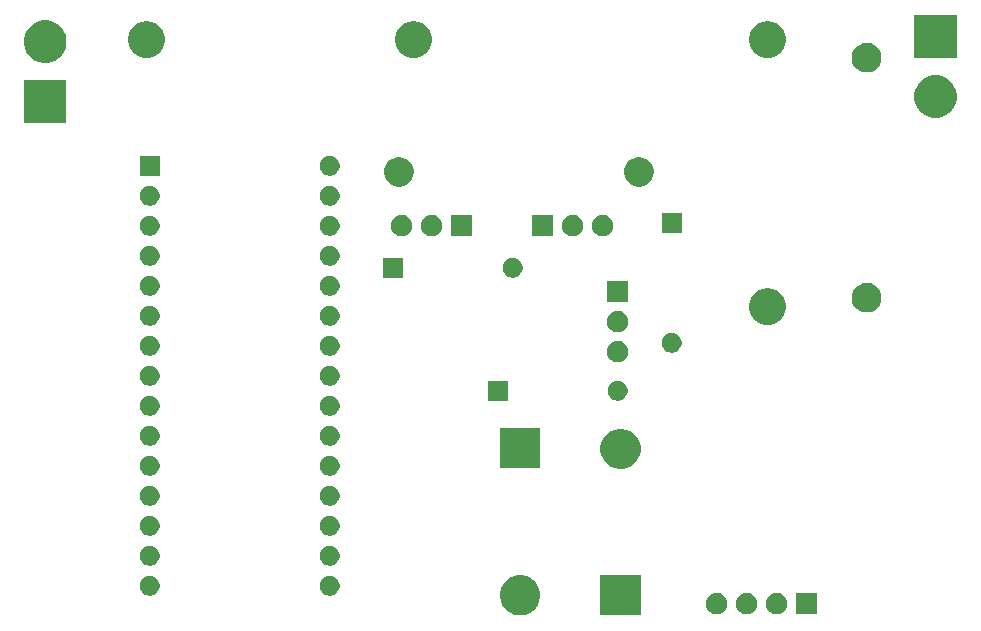
<source format=gbr>
G04 #@! TF.GenerationSoftware,KiCad,Pcbnew,(5.1.5)-3*
G04 #@! TF.CreationDate,2020-06-01T21:11:24-07:00*
G04 #@! TF.ProjectId,MTTP Charge Controller,4d545450-2043-4686-9172-676520436f6e,rev?*
G04 #@! TF.SameCoordinates,Original*
G04 #@! TF.FileFunction,Soldermask,Bot*
G04 #@! TF.FilePolarity,Negative*
%FSLAX46Y46*%
G04 Gerber Fmt 4.6, Leading zero omitted, Abs format (unit mm)*
G04 Created by KiCad (PCBNEW (5.1.5)-3) date 2020-06-01 21:11:24*
%MOMM*%
%LPD*%
G04 APERTURE LIST*
%ADD10C,0.100000*%
G04 APERTURE END LIST*
D10*
G36*
X94358162Y-102558368D02*
G01*
X94667724Y-102686593D01*
X94667725Y-102686594D01*
X94946324Y-102872747D01*
X95183253Y-103109676D01*
X95306537Y-103294184D01*
X95369407Y-103388276D01*
X95497632Y-103697838D01*
X95563000Y-104026465D01*
X95563000Y-104361535D01*
X95497632Y-104690162D01*
X95369407Y-104999724D01*
X95369406Y-104999725D01*
X95183253Y-105278324D01*
X94946324Y-105515253D01*
X94816719Y-105601852D01*
X94667724Y-105701407D01*
X94358162Y-105829632D01*
X94029535Y-105895000D01*
X93694465Y-105895000D01*
X93365838Y-105829632D01*
X93056276Y-105701407D01*
X92907281Y-105601852D01*
X92777676Y-105515253D01*
X92540747Y-105278324D01*
X92354594Y-104999725D01*
X92354593Y-104999724D01*
X92226368Y-104690162D01*
X92161000Y-104361535D01*
X92161000Y-104026465D01*
X92226368Y-103697838D01*
X92354593Y-103388276D01*
X92417463Y-103294184D01*
X92540747Y-103109676D01*
X92777676Y-102872747D01*
X93056275Y-102686594D01*
X93056276Y-102686593D01*
X93365838Y-102558368D01*
X93694465Y-102493000D01*
X94029535Y-102493000D01*
X94358162Y-102558368D01*
G37*
G36*
X104063000Y-105895000D02*
G01*
X100661000Y-105895000D01*
X100661000Y-102493000D01*
X104063000Y-102493000D01*
X104063000Y-105895000D01*
G37*
G36*
X119011000Y-105803000D02*
G01*
X117209000Y-105803000D01*
X117209000Y-104001000D01*
X119011000Y-104001000D01*
X119011000Y-105803000D01*
G37*
G36*
X115683512Y-104005927D02*
G01*
X115832812Y-104035624D01*
X115996784Y-104103544D01*
X116144354Y-104202147D01*
X116269853Y-104327646D01*
X116368456Y-104475216D01*
X116436376Y-104639188D01*
X116471000Y-104813259D01*
X116471000Y-104990741D01*
X116436376Y-105164812D01*
X116368456Y-105328784D01*
X116269853Y-105476354D01*
X116144354Y-105601853D01*
X115996784Y-105700456D01*
X115832812Y-105768376D01*
X115683512Y-105798073D01*
X115658742Y-105803000D01*
X115481258Y-105803000D01*
X115456488Y-105798073D01*
X115307188Y-105768376D01*
X115143216Y-105700456D01*
X114995646Y-105601853D01*
X114870147Y-105476354D01*
X114771544Y-105328784D01*
X114703624Y-105164812D01*
X114669000Y-104990741D01*
X114669000Y-104813259D01*
X114703624Y-104639188D01*
X114771544Y-104475216D01*
X114870147Y-104327646D01*
X114995646Y-104202147D01*
X115143216Y-104103544D01*
X115307188Y-104035624D01*
X115456488Y-104005927D01*
X115481258Y-104001000D01*
X115658742Y-104001000D01*
X115683512Y-104005927D01*
G37*
G36*
X110603512Y-104005927D02*
G01*
X110752812Y-104035624D01*
X110916784Y-104103544D01*
X111064354Y-104202147D01*
X111189853Y-104327646D01*
X111288456Y-104475216D01*
X111356376Y-104639188D01*
X111391000Y-104813259D01*
X111391000Y-104990741D01*
X111356376Y-105164812D01*
X111288456Y-105328784D01*
X111189853Y-105476354D01*
X111064354Y-105601853D01*
X110916784Y-105700456D01*
X110752812Y-105768376D01*
X110603512Y-105798073D01*
X110578742Y-105803000D01*
X110401258Y-105803000D01*
X110376488Y-105798073D01*
X110227188Y-105768376D01*
X110063216Y-105700456D01*
X109915646Y-105601853D01*
X109790147Y-105476354D01*
X109691544Y-105328784D01*
X109623624Y-105164812D01*
X109589000Y-104990741D01*
X109589000Y-104813259D01*
X109623624Y-104639188D01*
X109691544Y-104475216D01*
X109790147Y-104327646D01*
X109915646Y-104202147D01*
X110063216Y-104103544D01*
X110227188Y-104035624D01*
X110376488Y-104005927D01*
X110401258Y-104001000D01*
X110578742Y-104001000D01*
X110603512Y-104005927D01*
G37*
G36*
X113143512Y-104005927D02*
G01*
X113292812Y-104035624D01*
X113456784Y-104103544D01*
X113604354Y-104202147D01*
X113729853Y-104327646D01*
X113828456Y-104475216D01*
X113896376Y-104639188D01*
X113931000Y-104813259D01*
X113931000Y-104990741D01*
X113896376Y-105164812D01*
X113828456Y-105328784D01*
X113729853Y-105476354D01*
X113604354Y-105601853D01*
X113456784Y-105700456D01*
X113292812Y-105768376D01*
X113143512Y-105798073D01*
X113118742Y-105803000D01*
X112941258Y-105803000D01*
X112916488Y-105798073D01*
X112767188Y-105768376D01*
X112603216Y-105700456D01*
X112455646Y-105601853D01*
X112330147Y-105476354D01*
X112231544Y-105328784D01*
X112163624Y-105164812D01*
X112129000Y-104990741D01*
X112129000Y-104813259D01*
X112163624Y-104639188D01*
X112231544Y-104475216D01*
X112330147Y-104327646D01*
X112455646Y-104202147D01*
X112603216Y-104103544D01*
X112767188Y-104035624D01*
X112916488Y-104005927D01*
X112941258Y-104001000D01*
X113118742Y-104001000D01*
X113143512Y-104005927D01*
G37*
G36*
X62732228Y-102559703D02*
G01*
X62887100Y-102623853D01*
X63026481Y-102716985D01*
X63145015Y-102835519D01*
X63238147Y-102974900D01*
X63302297Y-103129772D01*
X63335000Y-103294184D01*
X63335000Y-103461816D01*
X63302297Y-103626228D01*
X63238147Y-103781100D01*
X63145015Y-103920481D01*
X63026481Y-104039015D01*
X62887100Y-104132147D01*
X62732228Y-104196297D01*
X62567816Y-104229000D01*
X62400184Y-104229000D01*
X62235772Y-104196297D01*
X62080900Y-104132147D01*
X61941519Y-104039015D01*
X61822985Y-103920481D01*
X61729853Y-103781100D01*
X61665703Y-103626228D01*
X61633000Y-103461816D01*
X61633000Y-103294184D01*
X61665703Y-103129772D01*
X61729853Y-102974900D01*
X61822985Y-102835519D01*
X61941519Y-102716985D01*
X62080900Y-102623853D01*
X62235772Y-102559703D01*
X62400184Y-102527000D01*
X62567816Y-102527000D01*
X62732228Y-102559703D01*
G37*
G36*
X77972228Y-102559703D02*
G01*
X78127100Y-102623853D01*
X78266481Y-102716985D01*
X78385015Y-102835519D01*
X78478147Y-102974900D01*
X78542297Y-103129772D01*
X78575000Y-103294184D01*
X78575000Y-103461816D01*
X78542297Y-103626228D01*
X78478147Y-103781100D01*
X78385015Y-103920481D01*
X78266481Y-104039015D01*
X78127100Y-104132147D01*
X77972228Y-104196297D01*
X77807816Y-104229000D01*
X77640184Y-104229000D01*
X77475772Y-104196297D01*
X77320900Y-104132147D01*
X77181519Y-104039015D01*
X77062985Y-103920481D01*
X76969853Y-103781100D01*
X76905703Y-103626228D01*
X76873000Y-103461816D01*
X76873000Y-103294184D01*
X76905703Y-103129772D01*
X76969853Y-102974900D01*
X77062985Y-102835519D01*
X77181519Y-102716985D01*
X77320900Y-102623853D01*
X77475772Y-102559703D01*
X77640184Y-102527000D01*
X77807816Y-102527000D01*
X77972228Y-102559703D01*
G37*
G36*
X62732228Y-100019703D02*
G01*
X62887100Y-100083853D01*
X63026481Y-100176985D01*
X63145015Y-100295519D01*
X63238147Y-100434900D01*
X63302297Y-100589772D01*
X63335000Y-100754184D01*
X63335000Y-100921816D01*
X63302297Y-101086228D01*
X63238147Y-101241100D01*
X63145015Y-101380481D01*
X63026481Y-101499015D01*
X62887100Y-101592147D01*
X62732228Y-101656297D01*
X62567816Y-101689000D01*
X62400184Y-101689000D01*
X62235772Y-101656297D01*
X62080900Y-101592147D01*
X61941519Y-101499015D01*
X61822985Y-101380481D01*
X61729853Y-101241100D01*
X61665703Y-101086228D01*
X61633000Y-100921816D01*
X61633000Y-100754184D01*
X61665703Y-100589772D01*
X61729853Y-100434900D01*
X61822985Y-100295519D01*
X61941519Y-100176985D01*
X62080900Y-100083853D01*
X62235772Y-100019703D01*
X62400184Y-99987000D01*
X62567816Y-99987000D01*
X62732228Y-100019703D01*
G37*
G36*
X77972228Y-100019703D02*
G01*
X78127100Y-100083853D01*
X78266481Y-100176985D01*
X78385015Y-100295519D01*
X78478147Y-100434900D01*
X78542297Y-100589772D01*
X78575000Y-100754184D01*
X78575000Y-100921816D01*
X78542297Y-101086228D01*
X78478147Y-101241100D01*
X78385015Y-101380481D01*
X78266481Y-101499015D01*
X78127100Y-101592147D01*
X77972228Y-101656297D01*
X77807816Y-101689000D01*
X77640184Y-101689000D01*
X77475772Y-101656297D01*
X77320900Y-101592147D01*
X77181519Y-101499015D01*
X77062985Y-101380481D01*
X76969853Y-101241100D01*
X76905703Y-101086228D01*
X76873000Y-100921816D01*
X76873000Y-100754184D01*
X76905703Y-100589772D01*
X76969853Y-100434900D01*
X77062985Y-100295519D01*
X77181519Y-100176985D01*
X77320900Y-100083853D01*
X77475772Y-100019703D01*
X77640184Y-99987000D01*
X77807816Y-99987000D01*
X77972228Y-100019703D01*
G37*
G36*
X62732228Y-97479703D02*
G01*
X62887100Y-97543853D01*
X63026481Y-97636985D01*
X63145015Y-97755519D01*
X63238147Y-97894900D01*
X63302297Y-98049772D01*
X63335000Y-98214184D01*
X63335000Y-98381816D01*
X63302297Y-98546228D01*
X63238147Y-98701100D01*
X63145015Y-98840481D01*
X63026481Y-98959015D01*
X62887100Y-99052147D01*
X62732228Y-99116297D01*
X62567816Y-99149000D01*
X62400184Y-99149000D01*
X62235772Y-99116297D01*
X62080900Y-99052147D01*
X61941519Y-98959015D01*
X61822985Y-98840481D01*
X61729853Y-98701100D01*
X61665703Y-98546228D01*
X61633000Y-98381816D01*
X61633000Y-98214184D01*
X61665703Y-98049772D01*
X61729853Y-97894900D01*
X61822985Y-97755519D01*
X61941519Y-97636985D01*
X62080900Y-97543853D01*
X62235772Y-97479703D01*
X62400184Y-97447000D01*
X62567816Y-97447000D01*
X62732228Y-97479703D01*
G37*
G36*
X77972228Y-97479703D02*
G01*
X78127100Y-97543853D01*
X78266481Y-97636985D01*
X78385015Y-97755519D01*
X78478147Y-97894900D01*
X78542297Y-98049772D01*
X78575000Y-98214184D01*
X78575000Y-98381816D01*
X78542297Y-98546228D01*
X78478147Y-98701100D01*
X78385015Y-98840481D01*
X78266481Y-98959015D01*
X78127100Y-99052147D01*
X77972228Y-99116297D01*
X77807816Y-99149000D01*
X77640184Y-99149000D01*
X77475772Y-99116297D01*
X77320900Y-99052147D01*
X77181519Y-98959015D01*
X77062985Y-98840481D01*
X76969853Y-98701100D01*
X76905703Y-98546228D01*
X76873000Y-98381816D01*
X76873000Y-98214184D01*
X76905703Y-98049772D01*
X76969853Y-97894900D01*
X77062985Y-97755519D01*
X77181519Y-97636985D01*
X77320900Y-97543853D01*
X77475772Y-97479703D01*
X77640184Y-97447000D01*
X77807816Y-97447000D01*
X77972228Y-97479703D01*
G37*
G36*
X77972228Y-94939703D02*
G01*
X78127100Y-95003853D01*
X78266481Y-95096985D01*
X78385015Y-95215519D01*
X78478147Y-95354900D01*
X78542297Y-95509772D01*
X78575000Y-95674184D01*
X78575000Y-95841816D01*
X78542297Y-96006228D01*
X78478147Y-96161100D01*
X78385015Y-96300481D01*
X78266481Y-96419015D01*
X78127100Y-96512147D01*
X77972228Y-96576297D01*
X77807816Y-96609000D01*
X77640184Y-96609000D01*
X77475772Y-96576297D01*
X77320900Y-96512147D01*
X77181519Y-96419015D01*
X77062985Y-96300481D01*
X76969853Y-96161100D01*
X76905703Y-96006228D01*
X76873000Y-95841816D01*
X76873000Y-95674184D01*
X76905703Y-95509772D01*
X76969853Y-95354900D01*
X77062985Y-95215519D01*
X77181519Y-95096985D01*
X77320900Y-95003853D01*
X77475772Y-94939703D01*
X77640184Y-94907000D01*
X77807816Y-94907000D01*
X77972228Y-94939703D01*
G37*
G36*
X62732228Y-94939703D02*
G01*
X62887100Y-95003853D01*
X63026481Y-95096985D01*
X63145015Y-95215519D01*
X63238147Y-95354900D01*
X63302297Y-95509772D01*
X63335000Y-95674184D01*
X63335000Y-95841816D01*
X63302297Y-96006228D01*
X63238147Y-96161100D01*
X63145015Y-96300481D01*
X63026481Y-96419015D01*
X62887100Y-96512147D01*
X62732228Y-96576297D01*
X62567816Y-96609000D01*
X62400184Y-96609000D01*
X62235772Y-96576297D01*
X62080900Y-96512147D01*
X61941519Y-96419015D01*
X61822985Y-96300481D01*
X61729853Y-96161100D01*
X61665703Y-96006228D01*
X61633000Y-95841816D01*
X61633000Y-95674184D01*
X61665703Y-95509772D01*
X61729853Y-95354900D01*
X61822985Y-95215519D01*
X61941519Y-95096985D01*
X62080900Y-95003853D01*
X62235772Y-94939703D01*
X62400184Y-94907000D01*
X62567816Y-94907000D01*
X62732228Y-94939703D01*
G37*
G36*
X62732228Y-92399703D02*
G01*
X62887100Y-92463853D01*
X63026481Y-92556985D01*
X63145015Y-92675519D01*
X63238147Y-92814900D01*
X63302297Y-92969772D01*
X63335000Y-93134184D01*
X63335000Y-93301816D01*
X63302297Y-93466228D01*
X63238147Y-93621100D01*
X63145015Y-93760481D01*
X63026481Y-93879015D01*
X62887100Y-93972147D01*
X62732228Y-94036297D01*
X62567816Y-94069000D01*
X62400184Y-94069000D01*
X62235772Y-94036297D01*
X62080900Y-93972147D01*
X61941519Y-93879015D01*
X61822985Y-93760481D01*
X61729853Y-93621100D01*
X61665703Y-93466228D01*
X61633000Y-93301816D01*
X61633000Y-93134184D01*
X61665703Y-92969772D01*
X61729853Y-92814900D01*
X61822985Y-92675519D01*
X61941519Y-92556985D01*
X62080900Y-92463853D01*
X62235772Y-92399703D01*
X62400184Y-92367000D01*
X62567816Y-92367000D01*
X62732228Y-92399703D01*
G37*
G36*
X77972228Y-92399703D02*
G01*
X78127100Y-92463853D01*
X78266481Y-92556985D01*
X78385015Y-92675519D01*
X78478147Y-92814900D01*
X78542297Y-92969772D01*
X78575000Y-93134184D01*
X78575000Y-93301816D01*
X78542297Y-93466228D01*
X78478147Y-93621100D01*
X78385015Y-93760481D01*
X78266481Y-93879015D01*
X78127100Y-93972147D01*
X77972228Y-94036297D01*
X77807816Y-94069000D01*
X77640184Y-94069000D01*
X77475772Y-94036297D01*
X77320900Y-93972147D01*
X77181519Y-93879015D01*
X77062985Y-93760481D01*
X76969853Y-93621100D01*
X76905703Y-93466228D01*
X76873000Y-93301816D01*
X76873000Y-93134184D01*
X76905703Y-92969772D01*
X76969853Y-92814900D01*
X77062985Y-92675519D01*
X77181519Y-92556985D01*
X77320900Y-92463853D01*
X77475772Y-92399703D01*
X77640184Y-92367000D01*
X77807816Y-92367000D01*
X77972228Y-92399703D01*
G37*
G36*
X102858162Y-90158368D02*
G01*
X103167724Y-90286593D01*
X103167725Y-90286594D01*
X103446324Y-90472747D01*
X103683253Y-90709676D01*
X103807637Y-90895830D01*
X103869407Y-90988276D01*
X103997632Y-91297838D01*
X104063000Y-91626465D01*
X104063000Y-91961535D01*
X103997632Y-92290162D01*
X103869407Y-92599724D01*
X103869406Y-92599725D01*
X103683253Y-92878324D01*
X103446324Y-93115253D01*
X103260170Y-93239637D01*
X103167724Y-93301407D01*
X102858162Y-93429632D01*
X102529535Y-93495000D01*
X102194465Y-93495000D01*
X101865838Y-93429632D01*
X101556276Y-93301407D01*
X101463830Y-93239637D01*
X101277676Y-93115253D01*
X101040747Y-92878324D01*
X100854594Y-92599725D01*
X100854593Y-92599724D01*
X100726368Y-92290162D01*
X100661000Y-91961535D01*
X100661000Y-91626465D01*
X100726368Y-91297838D01*
X100854593Y-90988276D01*
X100916363Y-90895830D01*
X101040747Y-90709676D01*
X101277676Y-90472747D01*
X101556275Y-90286594D01*
X101556276Y-90286593D01*
X101865838Y-90158368D01*
X102194465Y-90093000D01*
X102529535Y-90093000D01*
X102858162Y-90158368D01*
G37*
G36*
X95563000Y-93395000D02*
G01*
X92161000Y-93395000D01*
X92161000Y-89993000D01*
X95563000Y-89993000D01*
X95563000Y-93395000D01*
G37*
G36*
X77972228Y-89859703D02*
G01*
X78127100Y-89923853D01*
X78266481Y-90016985D01*
X78385015Y-90135519D01*
X78478147Y-90274900D01*
X78542297Y-90429772D01*
X78575000Y-90594184D01*
X78575000Y-90761816D01*
X78542297Y-90926228D01*
X78478147Y-91081100D01*
X78385015Y-91220481D01*
X78266481Y-91339015D01*
X78127100Y-91432147D01*
X77972228Y-91496297D01*
X77807816Y-91529000D01*
X77640184Y-91529000D01*
X77475772Y-91496297D01*
X77320900Y-91432147D01*
X77181519Y-91339015D01*
X77062985Y-91220481D01*
X76969853Y-91081100D01*
X76905703Y-90926228D01*
X76873000Y-90761816D01*
X76873000Y-90594184D01*
X76905703Y-90429772D01*
X76969853Y-90274900D01*
X77062985Y-90135519D01*
X77181519Y-90016985D01*
X77320900Y-89923853D01*
X77475772Y-89859703D01*
X77640184Y-89827000D01*
X77807816Y-89827000D01*
X77972228Y-89859703D01*
G37*
G36*
X62732228Y-89859703D02*
G01*
X62887100Y-89923853D01*
X63026481Y-90016985D01*
X63145015Y-90135519D01*
X63238147Y-90274900D01*
X63302297Y-90429772D01*
X63335000Y-90594184D01*
X63335000Y-90761816D01*
X63302297Y-90926228D01*
X63238147Y-91081100D01*
X63145015Y-91220481D01*
X63026481Y-91339015D01*
X62887100Y-91432147D01*
X62732228Y-91496297D01*
X62567816Y-91529000D01*
X62400184Y-91529000D01*
X62235772Y-91496297D01*
X62080900Y-91432147D01*
X61941519Y-91339015D01*
X61822985Y-91220481D01*
X61729853Y-91081100D01*
X61665703Y-90926228D01*
X61633000Y-90761816D01*
X61633000Y-90594184D01*
X61665703Y-90429772D01*
X61729853Y-90274900D01*
X61822985Y-90135519D01*
X61941519Y-90016985D01*
X62080900Y-89923853D01*
X62235772Y-89859703D01*
X62400184Y-89827000D01*
X62567816Y-89827000D01*
X62732228Y-89859703D01*
G37*
G36*
X62732228Y-87319703D02*
G01*
X62887100Y-87383853D01*
X63026481Y-87476985D01*
X63145015Y-87595519D01*
X63238147Y-87734900D01*
X63302297Y-87889772D01*
X63335000Y-88054184D01*
X63335000Y-88221816D01*
X63302297Y-88386228D01*
X63238147Y-88541100D01*
X63145015Y-88680481D01*
X63026481Y-88799015D01*
X62887100Y-88892147D01*
X62732228Y-88956297D01*
X62567816Y-88989000D01*
X62400184Y-88989000D01*
X62235772Y-88956297D01*
X62080900Y-88892147D01*
X61941519Y-88799015D01*
X61822985Y-88680481D01*
X61729853Y-88541100D01*
X61665703Y-88386228D01*
X61633000Y-88221816D01*
X61633000Y-88054184D01*
X61665703Y-87889772D01*
X61729853Y-87734900D01*
X61822985Y-87595519D01*
X61941519Y-87476985D01*
X62080900Y-87383853D01*
X62235772Y-87319703D01*
X62400184Y-87287000D01*
X62567816Y-87287000D01*
X62732228Y-87319703D01*
G37*
G36*
X77972228Y-87319703D02*
G01*
X78127100Y-87383853D01*
X78266481Y-87476985D01*
X78385015Y-87595519D01*
X78478147Y-87734900D01*
X78542297Y-87889772D01*
X78575000Y-88054184D01*
X78575000Y-88221816D01*
X78542297Y-88386228D01*
X78478147Y-88541100D01*
X78385015Y-88680481D01*
X78266481Y-88799015D01*
X78127100Y-88892147D01*
X77972228Y-88956297D01*
X77807816Y-88989000D01*
X77640184Y-88989000D01*
X77475772Y-88956297D01*
X77320900Y-88892147D01*
X77181519Y-88799015D01*
X77062985Y-88680481D01*
X76969853Y-88541100D01*
X76905703Y-88386228D01*
X76873000Y-88221816D01*
X76873000Y-88054184D01*
X76905703Y-87889772D01*
X76969853Y-87734900D01*
X77062985Y-87595519D01*
X77181519Y-87476985D01*
X77320900Y-87383853D01*
X77475772Y-87319703D01*
X77640184Y-87287000D01*
X77807816Y-87287000D01*
X77972228Y-87319703D01*
G37*
G36*
X102356228Y-86049703D02*
G01*
X102511100Y-86113853D01*
X102650481Y-86206985D01*
X102769015Y-86325519D01*
X102862147Y-86464900D01*
X102926297Y-86619772D01*
X102959000Y-86784184D01*
X102959000Y-86951816D01*
X102926297Y-87116228D01*
X102862147Y-87271100D01*
X102769015Y-87410481D01*
X102650481Y-87529015D01*
X102511100Y-87622147D01*
X102356228Y-87686297D01*
X102191816Y-87719000D01*
X102024184Y-87719000D01*
X101859772Y-87686297D01*
X101704900Y-87622147D01*
X101565519Y-87529015D01*
X101446985Y-87410481D01*
X101353853Y-87271100D01*
X101289703Y-87116228D01*
X101257000Y-86951816D01*
X101257000Y-86784184D01*
X101289703Y-86619772D01*
X101353853Y-86464900D01*
X101446985Y-86325519D01*
X101565519Y-86206985D01*
X101704900Y-86113853D01*
X101859772Y-86049703D01*
X102024184Y-86017000D01*
X102191816Y-86017000D01*
X102356228Y-86049703D01*
G37*
G36*
X92799000Y-87719000D02*
G01*
X91097000Y-87719000D01*
X91097000Y-86017000D01*
X92799000Y-86017000D01*
X92799000Y-87719000D01*
G37*
G36*
X62732228Y-84779703D02*
G01*
X62887100Y-84843853D01*
X63026481Y-84936985D01*
X63145015Y-85055519D01*
X63238147Y-85194900D01*
X63302297Y-85349772D01*
X63335000Y-85514184D01*
X63335000Y-85681816D01*
X63302297Y-85846228D01*
X63238147Y-86001100D01*
X63145015Y-86140481D01*
X63026481Y-86259015D01*
X62887100Y-86352147D01*
X62732228Y-86416297D01*
X62567816Y-86449000D01*
X62400184Y-86449000D01*
X62235772Y-86416297D01*
X62080900Y-86352147D01*
X61941519Y-86259015D01*
X61822985Y-86140481D01*
X61729853Y-86001100D01*
X61665703Y-85846228D01*
X61633000Y-85681816D01*
X61633000Y-85514184D01*
X61665703Y-85349772D01*
X61729853Y-85194900D01*
X61822985Y-85055519D01*
X61941519Y-84936985D01*
X62080900Y-84843853D01*
X62235772Y-84779703D01*
X62400184Y-84747000D01*
X62567816Y-84747000D01*
X62732228Y-84779703D01*
G37*
G36*
X77972228Y-84779703D02*
G01*
X78127100Y-84843853D01*
X78266481Y-84936985D01*
X78385015Y-85055519D01*
X78478147Y-85194900D01*
X78542297Y-85349772D01*
X78575000Y-85514184D01*
X78575000Y-85681816D01*
X78542297Y-85846228D01*
X78478147Y-86001100D01*
X78385015Y-86140481D01*
X78266481Y-86259015D01*
X78127100Y-86352147D01*
X77972228Y-86416297D01*
X77807816Y-86449000D01*
X77640184Y-86449000D01*
X77475772Y-86416297D01*
X77320900Y-86352147D01*
X77181519Y-86259015D01*
X77062985Y-86140481D01*
X76969853Y-86001100D01*
X76905703Y-85846228D01*
X76873000Y-85681816D01*
X76873000Y-85514184D01*
X76905703Y-85349772D01*
X76969853Y-85194900D01*
X77062985Y-85055519D01*
X77181519Y-84936985D01*
X77320900Y-84843853D01*
X77475772Y-84779703D01*
X77640184Y-84747000D01*
X77807816Y-84747000D01*
X77972228Y-84779703D01*
G37*
G36*
X102221512Y-82669927D02*
G01*
X102370812Y-82699624D01*
X102534784Y-82767544D01*
X102682354Y-82866147D01*
X102807853Y-82991646D01*
X102906456Y-83139216D01*
X102974376Y-83303188D01*
X103004073Y-83452488D01*
X103009000Y-83477258D01*
X103009000Y-83654742D01*
X103004073Y-83679512D01*
X102974376Y-83828812D01*
X102906456Y-83992784D01*
X102807853Y-84140354D01*
X102682354Y-84265853D01*
X102534784Y-84364456D01*
X102370812Y-84432376D01*
X102221512Y-84462073D01*
X102196742Y-84467000D01*
X102019258Y-84467000D01*
X101994488Y-84462073D01*
X101845188Y-84432376D01*
X101681216Y-84364456D01*
X101533646Y-84265853D01*
X101408147Y-84140354D01*
X101309544Y-83992784D01*
X101241624Y-83828812D01*
X101211927Y-83679512D01*
X101207000Y-83654742D01*
X101207000Y-83477258D01*
X101211927Y-83452488D01*
X101241624Y-83303188D01*
X101309544Y-83139216D01*
X101408147Y-82991646D01*
X101533646Y-82866147D01*
X101681216Y-82767544D01*
X101845188Y-82699624D01*
X101994488Y-82669927D01*
X102019258Y-82665000D01*
X102196742Y-82665000D01*
X102221512Y-82669927D01*
G37*
G36*
X77972228Y-82239703D02*
G01*
X78127100Y-82303853D01*
X78266481Y-82396985D01*
X78385015Y-82515519D01*
X78478147Y-82654900D01*
X78542297Y-82809772D01*
X78575000Y-82974184D01*
X78575000Y-83141816D01*
X78542297Y-83306228D01*
X78478147Y-83461100D01*
X78385015Y-83600481D01*
X78266481Y-83719015D01*
X78127100Y-83812147D01*
X77972228Y-83876297D01*
X77807816Y-83909000D01*
X77640184Y-83909000D01*
X77475772Y-83876297D01*
X77320900Y-83812147D01*
X77181519Y-83719015D01*
X77062985Y-83600481D01*
X76969853Y-83461100D01*
X76905703Y-83306228D01*
X76873000Y-83141816D01*
X76873000Y-82974184D01*
X76905703Y-82809772D01*
X76969853Y-82654900D01*
X77062985Y-82515519D01*
X77181519Y-82396985D01*
X77320900Y-82303853D01*
X77475772Y-82239703D01*
X77640184Y-82207000D01*
X77807816Y-82207000D01*
X77972228Y-82239703D01*
G37*
G36*
X62732228Y-82239703D02*
G01*
X62887100Y-82303853D01*
X63026481Y-82396985D01*
X63145015Y-82515519D01*
X63238147Y-82654900D01*
X63302297Y-82809772D01*
X63335000Y-82974184D01*
X63335000Y-83141816D01*
X63302297Y-83306228D01*
X63238147Y-83461100D01*
X63145015Y-83600481D01*
X63026481Y-83719015D01*
X62887100Y-83812147D01*
X62732228Y-83876297D01*
X62567816Y-83909000D01*
X62400184Y-83909000D01*
X62235772Y-83876297D01*
X62080900Y-83812147D01*
X61941519Y-83719015D01*
X61822985Y-83600481D01*
X61729853Y-83461100D01*
X61665703Y-83306228D01*
X61633000Y-83141816D01*
X61633000Y-82974184D01*
X61665703Y-82809772D01*
X61729853Y-82654900D01*
X61822985Y-82515519D01*
X61941519Y-82396985D01*
X62080900Y-82303853D01*
X62235772Y-82239703D01*
X62400184Y-82207000D01*
X62567816Y-82207000D01*
X62732228Y-82239703D01*
G37*
G36*
X106928228Y-81985703D02*
G01*
X107083100Y-82049853D01*
X107222481Y-82142985D01*
X107341015Y-82261519D01*
X107434147Y-82400900D01*
X107498297Y-82555772D01*
X107531000Y-82720184D01*
X107531000Y-82887816D01*
X107498297Y-83052228D01*
X107434147Y-83207100D01*
X107341015Y-83346481D01*
X107222481Y-83465015D01*
X107083100Y-83558147D01*
X106928228Y-83622297D01*
X106763816Y-83655000D01*
X106596184Y-83655000D01*
X106431772Y-83622297D01*
X106276900Y-83558147D01*
X106137519Y-83465015D01*
X106018985Y-83346481D01*
X105925853Y-83207100D01*
X105861703Y-83052228D01*
X105829000Y-82887816D01*
X105829000Y-82720184D01*
X105861703Y-82555772D01*
X105925853Y-82400900D01*
X106018985Y-82261519D01*
X106137519Y-82142985D01*
X106276900Y-82049853D01*
X106431772Y-81985703D01*
X106596184Y-81953000D01*
X106763816Y-81953000D01*
X106928228Y-81985703D01*
G37*
G36*
X102221512Y-80129927D02*
G01*
X102370812Y-80159624D01*
X102534784Y-80227544D01*
X102682354Y-80326147D01*
X102807853Y-80451646D01*
X102906456Y-80599216D01*
X102974376Y-80763188D01*
X103009000Y-80937259D01*
X103009000Y-81114741D01*
X102974376Y-81288812D01*
X102906456Y-81452784D01*
X102807853Y-81600354D01*
X102682354Y-81725853D01*
X102534784Y-81824456D01*
X102370812Y-81892376D01*
X102221512Y-81922073D01*
X102196742Y-81927000D01*
X102019258Y-81927000D01*
X101994488Y-81922073D01*
X101845188Y-81892376D01*
X101681216Y-81824456D01*
X101533646Y-81725853D01*
X101408147Y-81600354D01*
X101309544Y-81452784D01*
X101241624Y-81288812D01*
X101207000Y-81114741D01*
X101207000Y-80937259D01*
X101241624Y-80763188D01*
X101309544Y-80599216D01*
X101408147Y-80451646D01*
X101533646Y-80326147D01*
X101681216Y-80227544D01*
X101845188Y-80159624D01*
X101994488Y-80129927D01*
X102019258Y-80125000D01*
X102196742Y-80125000D01*
X102221512Y-80129927D01*
G37*
G36*
X77972228Y-79699703D02*
G01*
X78127100Y-79763853D01*
X78266481Y-79856985D01*
X78385015Y-79975519D01*
X78478147Y-80114900D01*
X78542297Y-80269772D01*
X78575000Y-80434184D01*
X78575000Y-80601816D01*
X78542297Y-80766228D01*
X78478147Y-80921100D01*
X78385015Y-81060481D01*
X78266481Y-81179015D01*
X78127100Y-81272147D01*
X77972228Y-81336297D01*
X77807816Y-81369000D01*
X77640184Y-81369000D01*
X77475772Y-81336297D01*
X77320900Y-81272147D01*
X77181519Y-81179015D01*
X77062985Y-81060481D01*
X76969853Y-80921100D01*
X76905703Y-80766228D01*
X76873000Y-80601816D01*
X76873000Y-80434184D01*
X76905703Y-80269772D01*
X76969853Y-80114900D01*
X77062985Y-79975519D01*
X77181519Y-79856985D01*
X77320900Y-79763853D01*
X77475772Y-79699703D01*
X77640184Y-79667000D01*
X77807816Y-79667000D01*
X77972228Y-79699703D01*
G37*
G36*
X62732228Y-79699703D02*
G01*
X62887100Y-79763853D01*
X63026481Y-79856985D01*
X63145015Y-79975519D01*
X63238147Y-80114900D01*
X63302297Y-80269772D01*
X63335000Y-80434184D01*
X63335000Y-80601816D01*
X63302297Y-80766228D01*
X63238147Y-80921100D01*
X63145015Y-81060481D01*
X63026481Y-81179015D01*
X62887100Y-81272147D01*
X62732228Y-81336297D01*
X62567816Y-81369000D01*
X62400184Y-81369000D01*
X62235772Y-81336297D01*
X62080900Y-81272147D01*
X61941519Y-81179015D01*
X61822985Y-81060481D01*
X61729853Y-80921100D01*
X61665703Y-80766228D01*
X61633000Y-80601816D01*
X61633000Y-80434184D01*
X61665703Y-80269772D01*
X61729853Y-80114900D01*
X61822985Y-79975519D01*
X61941519Y-79856985D01*
X62080900Y-79763853D01*
X62235772Y-79699703D01*
X62400184Y-79667000D01*
X62567816Y-79667000D01*
X62732228Y-79699703D01*
G37*
G36*
X115097645Y-78226228D02*
G01*
X115260410Y-78258604D01*
X115542674Y-78375521D01*
X115796705Y-78545259D01*
X116012741Y-78761295D01*
X116182479Y-79015326D01*
X116224682Y-79117214D01*
X116299396Y-79297591D01*
X116359000Y-79597239D01*
X116359000Y-79902761D01*
X116346477Y-79965716D01*
X116299396Y-80202410D01*
X116182479Y-80484674D01*
X116012741Y-80738705D01*
X115796705Y-80954741D01*
X115542674Y-81124479D01*
X115260410Y-81241396D01*
X115110585Y-81271198D01*
X114960761Y-81301000D01*
X114655239Y-81301000D01*
X114505415Y-81271198D01*
X114355590Y-81241396D01*
X114073326Y-81124479D01*
X113819295Y-80954741D01*
X113603259Y-80738705D01*
X113433521Y-80484674D01*
X113316604Y-80202410D01*
X113269523Y-79965716D01*
X113257000Y-79902761D01*
X113257000Y-79597239D01*
X113316604Y-79297591D01*
X113391318Y-79117214D01*
X113433521Y-79015326D01*
X113603259Y-78761295D01*
X113819295Y-78545259D01*
X114073326Y-78375521D01*
X114355590Y-78258604D01*
X114518355Y-78226228D01*
X114655239Y-78199000D01*
X114960761Y-78199000D01*
X115097645Y-78226228D01*
G37*
G36*
X123554903Y-77791075D02*
G01*
X123782571Y-77885378D01*
X123987466Y-78022285D01*
X124161715Y-78196534D01*
X124298622Y-78401429D01*
X124298623Y-78401431D01*
X124347935Y-78520481D01*
X124392925Y-78629097D01*
X124441000Y-78870787D01*
X124441000Y-79117213D01*
X124392925Y-79358903D01*
X124298622Y-79586571D01*
X124161715Y-79791466D01*
X123987466Y-79965715D01*
X123782571Y-80102622D01*
X123782570Y-80102623D01*
X123782569Y-80102623D01*
X123554903Y-80196925D01*
X123313214Y-80245000D01*
X123066786Y-80245000D01*
X122825097Y-80196925D01*
X122597431Y-80102623D01*
X122597430Y-80102623D01*
X122597429Y-80102622D01*
X122392534Y-79965715D01*
X122218285Y-79791466D01*
X122081378Y-79586571D01*
X121987075Y-79358903D01*
X121939000Y-79117213D01*
X121939000Y-78870787D01*
X121987075Y-78629097D01*
X122032065Y-78520481D01*
X122081377Y-78401431D01*
X122081378Y-78401429D01*
X122218285Y-78196534D01*
X122392534Y-78022285D01*
X122597429Y-77885378D01*
X122825097Y-77791075D01*
X123066786Y-77743000D01*
X123313214Y-77743000D01*
X123554903Y-77791075D01*
G37*
G36*
X103009000Y-79387000D02*
G01*
X101207000Y-79387000D01*
X101207000Y-77585000D01*
X103009000Y-77585000D01*
X103009000Y-79387000D01*
G37*
G36*
X62732228Y-77159703D02*
G01*
X62887100Y-77223853D01*
X63026481Y-77316985D01*
X63145015Y-77435519D01*
X63238147Y-77574900D01*
X63302297Y-77729772D01*
X63335000Y-77894184D01*
X63335000Y-78061816D01*
X63302297Y-78226228D01*
X63238147Y-78381100D01*
X63145015Y-78520481D01*
X63026481Y-78639015D01*
X62887100Y-78732147D01*
X62732228Y-78796297D01*
X62567816Y-78829000D01*
X62400184Y-78829000D01*
X62235772Y-78796297D01*
X62080900Y-78732147D01*
X61941519Y-78639015D01*
X61822985Y-78520481D01*
X61729853Y-78381100D01*
X61665703Y-78226228D01*
X61633000Y-78061816D01*
X61633000Y-77894184D01*
X61665703Y-77729772D01*
X61729853Y-77574900D01*
X61822985Y-77435519D01*
X61941519Y-77316985D01*
X62080900Y-77223853D01*
X62235772Y-77159703D01*
X62400184Y-77127000D01*
X62567816Y-77127000D01*
X62732228Y-77159703D01*
G37*
G36*
X77972228Y-77159703D02*
G01*
X78127100Y-77223853D01*
X78266481Y-77316985D01*
X78385015Y-77435519D01*
X78478147Y-77574900D01*
X78542297Y-77729772D01*
X78575000Y-77894184D01*
X78575000Y-78061816D01*
X78542297Y-78226228D01*
X78478147Y-78381100D01*
X78385015Y-78520481D01*
X78266481Y-78639015D01*
X78127100Y-78732147D01*
X77972228Y-78796297D01*
X77807816Y-78829000D01*
X77640184Y-78829000D01*
X77475772Y-78796297D01*
X77320900Y-78732147D01*
X77181519Y-78639015D01*
X77062985Y-78520481D01*
X76969853Y-78381100D01*
X76905703Y-78226228D01*
X76873000Y-78061816D01*
X76873000Y-77894184D01*
X76905703Y-77729772D01*
X76969853Y-77574900D01*
X77062985Y-77435519D01*
X77181519Y-77316985D01*
X77320900Y-77223853D01*
X77475772Y-77159703D01*
X77640184Y-77127000D01*
X77807816Y-77127000D01*
X77972228Y-77159703D01*
G37*
G36*
X83909000Y-77305000D02*
G01*
X82207000Y-77305000D01*
X82207000Y-75603000D01*
X83909000Y-75603000D01*
X83909000Y-77305000D01*
G37*
G36*
X93466228Y-75635703D02*
G01*
X93621100Y-75699853D01*
X93760481Y-75792985D01*
X93879015Y-75911519D01*
X93972147Y-76050900D01*
X94036297Y-76205772D01*
X94069000Y-76370184D01*
X94069000Y-76537816D01*
X94036297Y-76702228D01*
X93972147Y-76857100D01*
X93879015Y-76996481D01*
X93760481Y-77115015D01*
X93621100Y-77208147D01*
X93466228Y-77272297D01*
X93301816Y-77305000D01*
X93134184Y-77305000D01*
X92969772Y-77272297D01*
X92814900Y-77208147D01*
X92675519Y-77115015D01*
X92556985Y-76996481D01*
X92463853Y-76857100D01*
X92399703Y-76702228D01*
X92367000Y-76537816D01*
X92367000Y-76370184D01*
X92399703Y-76205772D01*
X92463853Y-76050900D01*
X92556985Y-75911519D01*
X92675519Y-75792985D01*
X92814900Y-75699853D01*
X92969772Y-75635703D01*
X93134184Y-75603000D01*
X93301816Y-75603000D01*
X93466228Y-75635703D01*
G37*
G36*
X62732228Y-74619703D02*
G01*
X62887100Y-74683853D01*
X63026481Y-74776985D01*
X63145015Y-74895519D01*
X63238147Y-75034900D01*
X63302297Y-75189772D01*
X63335000Y-75354184D01*
X63335000Y-75521816D01*
X63302297Y-75686228D01*
X63238147Y-75841100D01*
X63145015Y-75980481D01*
X63026481Y-76099015D01*
X62887100Y-76192147D01*
X62732228Y-76256297D01*
X62567816Y-76289000D01*
X62400184Y-76289000D01*
X62235772Y-76256297D01*
X62080900Y-76192147D01*
X61941519Y-76099015D01*
X61822985Y-75980481D01*
X61729853Y-75841100D01*
X61665703Y-75686228D01*
X61633000Y-75521816D01*
X61633000Y-75354184D01*
X61665703Y-75189772D01*
X61729853Y-75034900D01*
X61822985Y-74895519D01*
X61941519Y-74776985D01*
X62080900Y-74683853D01*
X62235772Y-74619703D01*
X62400184Y-74587000D01*
X62567816Y-74587000D01*
X62732228Y-74619703D01*
G37*
G36*
X77972228Y-74619703D02*
G01*
X78127100Y-74683853D01*
X78266481Y-74776985D01*
X78385015Y-74895519D01*
X78478147Y-75034900D01*
X78542297Y-75189772D01*
X78575000Y-75354184D01*
X78575000Y-75521816D01*
X78542297Y-75686228D01*
X78478147Y-75841100D01*
X78385015Y-75980481D01*
X78266481Y-76099015D01*
X78127100Y-76192147D01*
X77972228Y-76256297D01*
X77807816Y-76289000D01*
X77640184Y-76289000D01*
X77475772Y-76256297D01*
X77320900Y-76192147D01*
X77181519Y-76099015D01*
X77062985Y-75980481D01*
X76969853Y-75841100D01*
X76905703Y-75686228D01*
X76873000Y-75521816D01*
X76873000Y-75354184D01*
X76905703Y-75189772D01*
X76969853Y-75034900D01*
X77062985Y-74895519D01*
X77181519Y-74776985D01*
X77320900Y-74683853D01*
X77475772Y-74619703D01*
X77640184Y-74587000D01*
X77807816Y-74587000D01*
X77972228Y-74619703D01*
G37*
G36*
X86473512Y-72001927D02*
G01*
X86622812Y-72031624D01*
X86786784Y-72099544D01*
X86934354Y-72198147D01*
X87059853Y-72323646D01*
X87158456Y-72471216D01*
X87226376Y-72635188D01*
X87261000Y-72809259D01*
X87261000Y-72986741D01*
X87226376Y-73160812D01*
X87158456Y-73324784D01*
X87059853Y-73472354D01*
X86934354Y-73597853D01*
X86786784Y-73696456D01*
X86622812Y-73764376D01*
X86473512Y-73794073D01*
X86448742Y-73799000D01*
X86271258Y-73799000D01*
X86246488Y-73794073D01*
X86097188Y-73764376D01*
X85933216Y-73696456D01*
X85785646Y-73597853D01*
X85660147Y-73472354D01*
X85561544Y-73324784D01*
X85493624Y-73160812D01*
X85459000Y-72986741D01*
X85459000Y-72809259D01*
X85493624Y-72635188D01*
X85561544Y-72471216D01*
X85660147Y-72323646D01*
X85785646Y-72198147D01*
X85933216Y-72099544D01*
X86097188Y-72031624D01*
X86246488Y-72001927D01*
X86271258Y-71997000D01*
X86448742Y-71997000D01*
X86473512Y-72001927D01*
G37*
G36*
X98411512Y-72001927D02*
G01*
X98560812Y-72031624D01*
X98724784Y-72099544D01*
X98872354Y-72198147D01*
X98997853Y-72323646D01*
X99096456Y-72471216D01*
X99164376Y-72635188D01*
X99199000Y-72809259D01*
X99199000Y-72986741D01*
X99164376Y-73160812D01*
X99096456Y-73324784D01*
X98997853Y-73472354D01*
X98872354Y-73597853D01*
X98724784Y-73696456D01*
X98560812Y-73764376D01*
X98411512Y-73794073D01*
X98386742Y-73799000D01*
X98209258Y-73799000D01*
X98184488Y-73794073D01*
X98035188Y-73764376D01*
X97871216Y-73696456D01*
X97723646Y-73597853D01*
X97598147Y-73472354D01*
X97499544Y-73324784D01*
X97431624Y-73160812D01*
X97397000Y-72986741D01*
X97397000Y-72809259D01*
X97431624Y-72635188D01*
X97499544Y-72471216D01*
X97598147Y-72323646D01*
X97723646Y-72198147D01*
X97871216Y-72099544D01*
X98035188Y-72031624D01*
X98184488Y-72001927D01*
X98209258Y-71997000D01*
X98386742Y-71997000D01*
X98411512Y-72001927D01*
G37*
G36*
X96659000Y-73799000D02*
G01*
X94857000Y-73799000D01*
X94857000Y-71997000D01*
X96659000Y-71997000D01*
X96659000Y-73799000D01*
G37*
G36*
X100951512Y-72001927D02*
G01*
X101100812Y-72031624D01*
X101264784Y-72099544D01*
X101412354Y-72198147D01*
X101537853Y-72323646D01*
X101636456Y-72471216D01*
X101704376Y-72635188D01*
X101739000Y-72809259D01*
X101739000Y-72986741D01*
X101704376Y-73160812D01*
X101636456Y-73324784D01*
X101537853Y-73472354D01*
X101412354Y-73597853D01*
X101264784Y-73696456D01*
X101100812Y-73764376D01*
X100951512Y-73794073D01*
X100926742Y-73799000D01*
X100749258Y-73799000D01*
X100724488Y-73794073D01*
X100575188Y-73764376D01*
X100411216Y-73696456D01*
X100263646Y-73597853D01*
X100138147Y-73472354D01*
X100039544Y-73324784D01*
X99971624Y-73160812D01*
X99937000Y-72986741D01*
X99937000Y-72809259D01*
X99971624Y-72635188D01*
X100039544Y-72471216D01*
X100138147Y-72323646D01*
X100263646Y-72198147D01*
X100411216Y-72099544D01*
X100575188Y-72031624D01*
X100724488Y-72001927D01*
X100749258Y-71997000D01*
X100926742Y-71997000D01*
X100951512Y-72001927D01*
G37*
G36*
X89801000Y-73799000D02*
G01*
X87999000Y-73799000D01*
X87999000Y-71997000D01*
X89801000Y-71997000D01*
X89801000Y-73799000D01*
G37*
G36*
X83933512Y-72001927D02*
G01*
X84082812Y-72031624D01*
X84246784Y-72099544D01*
X84394354Y-72198147D01*
X84519853Y-72323646D01*
X84618456Y-72471216D01*
X84686376Y-72635188D01*
X84721000Y-72809259D01*
X84721000Y-72986741D01*
X84686376Y-73160812D01*
X84618456Y-73324784D01*
X84519853Y-73472354D01*
X84394354Y-73597853D01*
X84246784Y-73696456D01*
X84082812Y-73764376D01*
X83933512Y-73794073D01*
X83908742Y-73799000D01*
X83731258Y-73799000D01*
X83706488Y-73794073D01*
X83557188Y-73764376D01*
X83393216Y-73696456D01*
X83245646Y-73597853D01*
X83120147Y-73472354D01*
X83021544Y-73324784D01*
X82953624Y-73160812D01*
X82919000Y-72986741D01*
X82919000Y-72809259D01*
X82953624Y-72635188D01*
X83021544Y-72471216D01*
X83120147Y-72323646D01*
X83245646Y-72198147D01*
X83393216Y-72099544D01*
X83557188Y-72031624D01*
X83706488Y-72001927D01*
X83731258Y-71997000D01*
X83908742Y-71997000D01*
X83933512Y-72001927D01*
G37*
G36*
X77972228Y-72079703D02*
G01*
X78127100Y-72143853D01*
X78266481Y-72236985D01*
X78385015Y-72355519D01*
X78478147Y-72494900D01*
X78542297Y-72649772D01*
X78575000Y-72814184D01*
X78575000Y-72981816D01*
X78542297Y-73146228D01*
X78478147Y-73301100D01*
X78385015Y-73440481D01*
X78266481Y-73559015D01*
X78127100Y-73652147D01*
X77972228Y-73716297D01*
X77807816Y-73749000D01*
X77640184Y-73749000D01*
X77475772Y-73716297D01*
X77320900Y-73652147D01*
X77181519Y-73559015D01*
X77062985Y-73440481D01*
X76969853Y-73301100D01*
X76905703Y-73146228D01*
X76873000Y-72981816D01*
X76873000Y-72814184D01*
X76905703Y-72649772D01*
X76969853Y-72494900D01*
X77062985Y-72355519D01*
X77181519Y-72236985D01*
X77320900Y-72143853D01*
X77475772Y-72079703D01*
X77640184Y-72047000D01*
X77807816Y-72047000D01*
X77972228Y-72079703D01*
G37*
G36*
X62732228Y-72079703D02*
G01*
X62887100Y-72143853D01*
X63026481Y-72236985D01*
X63145015Y-72355519D01*
X63238147Y-72494900D01*
X63302297Y-72649772D01*
X63335000Y-72814184D01*
X63335000Y-72981816D01*
X63302297Y-73146228D01*
X63238147Y-73301100D01*
X63145015Y-73440481D01*
X63026481Y-73559015D01*
X62887100Y-73652147D01*
X62732228Y-73716297D01*
X62567816Y-73749000D01*
X62400184Y-73749000D01*
X62235772Y-73716297D01*
X62080900Y-73652147D01*
X61941519Y-73559015D01*
X61822985Y-73440481D01*
X61729853Y-73301100D01*
X61665703Y-73146228D01*
X61633000Y-72981816D01*
X61633000Y-72814184D01*
X61665703Y-72649772D01*
X61729853Y-72494900D01*
X61822985Y-72355519D01*
X61941519Y-72236985D01*
X62080900Y-72143853D01*
X62235772Y-72079703D01*
X62400184Y-72047000D01*
X62567816Y-72047000D01*
X62732228Y-72079703D01*
G37*
G36*
X107531000Y-73495000D02*
G01*
X105829000Y-73495000D01*
X105829000Y-71793000D01*
X107531000Y-71793000D01*
X107531000Y-73495000D01*
G37*
G36*
X77972228Y-69539703D02*
G01*
X78127100Y-69603853D01*
X78266481Y-69696985D01*
X78385015Y-69815519D01*
X78478147Y-69954900D01*
X78542297Y-70109772D01*
X78575000Y-70274184D01*
X78575000Y-70441816D01*
X78542297Y-70606228D01*
X78478147Y-70761100D01*
X78385015Y-70900481D01*
X78266481Y-71019015D01*
X78127100Y-71112147D01*
X77972228Y-71176297D01*
X77807816Y-71209000D01*
X77640184Y-71209000D01*
X77475772Y-71176297D01*
X77320900Y-71112147D01*
X77181519Y-71019015D01*
X77062985Y-70900481D01*
X76969853Y-70761100D01*
X76905703Y-70606228D01*
X76873000Y-70441816D01*
X76873000Y-70274184D01*
X76905703Y-70109772D01*
X76969853Y-69954900D01*
X77062985Y-69815519D01*
X77181519Y-69696985D01*
X77320900Y-69603853D01*
X77475772Y-69539703D01*
X77640184Y-69507000D01*
X77807816Y-69507000D01*
X77972228Y-69539703D01*
G37*
G36*
X62732228Y-69539703D02*
G01*
X62887100Y-69603853D01*
X63026481Y-69696985D01*
X63145015Y-69815519D01*
X63238147Y-69954900D01*
X63302297Y-70109772D01*
X63335000Y-70274184D01*
X63335000Y-70441816D01*
X63302297Y-70606228D01*
X63238147Y-70761100D01*
X63145015Y-70900481D01*
X63026481Y-71019015D01*
X62887100Y-71112147D01*
X62732228Y-71176297D01*
X62567816Y-71209000D01*
X62400184Y-71209000D01*
X62235772Y-71176297D01*
X62080900Y-71112147D01*
X61941519Y-71019015D01*
X61822985Y-70900481D01*
X61729853Y-70761100D01*
X61665703Y-70606228D01*
X61633000Y-70441816D01*
X61633000Y-70274184D01*
X61665703Y-70109772D01*
X61729853Y-69954900D01*
X61822985Y-69815519D01*
X61941519Y-69696985D01*
X62080900Y-69603853D01*
X62235772Y-69539703D01*
X62400184Y-69507000D01*
X62567816Y-69507000D01*
X62732228Y-69539703D01*
G37*
G36*
X104282903Y-67135075D02*
G01*
X104510571Y-67229378D01*
X104715466Y-67366285D01*
X104889715Y-67540534D01*
X104909251Y-67569772D01*
X105026623Y-67745431D01*
X105120925Y-67973097D01*
X105169000Y-68214787D01*
X105169000Y-68461213D01*
X105120925Y-68702903D01*
X105026622Y-68930571D01*
X104889715Y-69135466D01*
X104715466Y-69309715D01*
X104510571Y-69446622D01*
X104510570Y-69446623D01*
X104510569Y-69446623D01*
X104282903Y-69540925D01*
X104041214Y-69589000D01*
X103794786Y-69589000D01*
X103553097Y-69540925D01*
X103325431Y-69446623D01*
X103325430Y-69446623D01*
X103325429Y-69446622D01*
X103120534Y-69309715D01*
X102946285Y-69135466D01*
X102809378Y-68930571D01*
X102715075Y-68702903D01*
X102667000Y-68461213D01*
X102667000Y-68214787D01*
X102715075Y-67973097D01*
X102809377Y-67745431D01*
X102926749Y-67569772D01*
X102946285Y-67540534D01*
X103120534Y-67366285D01*
X103325429Y-67229378D01*
X103553097Y-67135075D01*
X103794786Y-67087000D01*
X104041214Y-67087000D01*
X104282903Y-67135075D01*
G37*
G36*
X83962903Y-67135075D02*
G01*
X84190571Y-67229378D01*
X84395466Y-67366285D01*
X84569715Y-67540534D01*
X84589251Y-67569772D01*
X84706623Y-67745431D01*
X84800925Y-67973097D01*
X84849000Y-68214787D01*
X84849000Y-68461213D01*
X84800925Y-68702903D01*
X84706622Y-68930571D01*
X84569715Y-69135466D01*
X84395466Y-69309715D01*
X84190571Y-69446622D01*
X84190570Y-69446623D01*
X84190569Y-69446623D01*
X83962903Y-69540925D01*
X83721214Y-69589000D01*
X83474786Y-69589000D01*
X83233097Y-69540925D01*
X83005431Y-69446623D01*
X83005430Y-69446623D01*
X83005429Y-69446622D01*
X82800534Y-69309715D01*
X82626285Y-69135466D01*
X82489378Y-68930571D01*
X82395075Y-68702903D01*
X82347000Y-68461213D01*
X82347000Y-68214787D01*
X82395075Y-67973097D01*
X82489377Y-67745431D01*
X82606749Y-67569772D01*
X82626285Y-67540534D01*
X82800534Y-67366285D01*
X83005429Y-67229378D01*
X83233097Y-67135075D01*
X83474786Y-67087000D01*
X83721214Y-67087000D01*
X83962903Y-67135075D01*
G37*
G36*
X63335000Y-68669000D02*
G01*
X61633000Y-68669000D01*
X61633000Y-66967000D01*
X63335000Y-66967000D01*
X63335000Y-68669000D01*
G37*
G36*
X77972228Y-66999703D02*
G01*
X78127100Y-67063853D01*
X78266481Y-67156985D01*
X78385015Y-67275519D01*
X78478147Y-67414900D01*
X78542297Y-67569772D01*
X78575000Y-67734184D01*
X78575000Y-67901816D01*
X78542297Y-68066228D01*
X78478147Y-68221100D01*
X78385015Y-68360481D01*
X78266481Y-68479015D01*
X78127100Y-68572147D01*
X77972228Y-68636297D01*
X77807816Y-68669000D01*
X77640184Y-68669000D01*
X77475772Y-68636297D01*
X77320900Y-68572147D01*
X77181519Y-68479015D01*
X77062985Y-68360481D01*
X76969853Y-68221100D01*
X76905703Y-68066228D01*
X76873000Y-67901816D01*
X76873000Y-67734184D01*
X76905703Y-67569772D01*
X76969853Y-67414900D01*
X77062985Y-67275519D01*
X77181519Y-67156985D01*
X77320900Y-67063853D01*
X77475772Y-66999703D01*
X77640184Y-66967000D01*
X77807816Y-66967000D01*
X77972228Y-66999703D01*
G37*
G36*
X55451060Y-64201060D02*
G01*
X51848940Y-64201060D01*
X51848940Y-60598940D01*
X55451060Y-60598940D01*
X55451060Y-64201060D01*
G37*
G36*
X129258905Y-60184789D02*
G01*
X129557350Y-60244153D01*
X129885122Y-60379921D01*
X130180109Y-60577025D01*
X130430975Y-60827891D01*
X130628079Y-61122878D01*
X130763847Y-61450650D01*
X130833060Y-61798611D01*
X130833060Y-62153389D01*
X130763847Y-62501350D01*
X130628079Y-62829122D01*
X130430975Y-63124109D01*
X130180109Y-63374975D01*
X129885122Y-63572079D01*
X129557350Y-63707847D01*
X129258905Y-63767211D01*
X129209390Y-63777060D01*
X128854610Y-63777060D01*
X128805095Y-63767211D01*
X128506650Y-63707847D01*
X128178878Y-63572079D01*
X127883891Y-63374975D01*
X127633025Y-63124109D01*
X127435921Y-62829122D01*
X127300153Y-62501350D01*
X127230940Y-62153389D01*
X127230940Y-61798611D01*
X127300153Y-61450650D01*
X127435921Y-61122878D01*
X127633025Y-60827891D01*
X127883891Y-60577025D01*
X128178878Y-60379921D01*
X128506650Y-60244153D01*
X128805095Y-60184789D01*
X128854610Y-60174940D01*
X129209390Y-60174940D01*
X129258905Y-60184789D01*
G37*
G36*
X123554903Y-57471075D02*
G01*
X123782571Y-57565378D01*
X123987466Y-57702285D01*
X124161715Y-57876534D01*
X124167154Y-57884674D01*
X124298623Y-58081431D01*
X124392925Y-58309097D01*
X124441000Y-58550787D01*
X124441000Y-58797213D01*
X124392925Y-59038903D01*
X124298622Y-59266571D01*
X124161715Y-59471466D01*
X123987466Y-59645715D01*
X123782571Y-59782622D01*
X123782570Y-59782623D01*
X123782569Y-59782623D01*
X123554903Y-59876925D01*
X123313214Y-59925000D01*
X123066786Y-59925000D01*
X122825097Y-59876925D01*
X122597431Y-59782623D01*
X122597430Y-59782623D01*
X122597429Y-59782622D01*
X122392534Y-59645715D01*
X122218285Y-59471466D01*
X122081378Y-59266571D01*
X121987075Y-59038903D01*
X121939000Y-58797213D01*
X121939000Y-58550787D01*
X121987075Y-58309097D01*
X122081377Y-58081431D01*
X122212846Y-57884674D01*
X122218285Y-57876534D01*
X122392534Y-57702285D01*
X122597429Y-57565378D01*
X122825097Y-57471075D01*
X123066786Y-57423000D01*
X123313214Y-57423000D01*
X123554903Y-57471075D01*
G37*
G36*
X53876905Y-55528789D02*
G01*
X54175350Y-55588153D01*
X54503122Y-55723921D01*
X54798109Y-55921025D01*
X55048975Y-56171891D01*
X55246079Y-56466878D01*
X55381847Y-56794650D01*
X55451060Y-57142611D01*
X55451060Y-57497389D01*
X55381847Y-57845350D01*
X55246079Y-58173122D01*
X55048975Y-58468109D01*
X54798109Y-58718975D01*
X54503122Y-58916079D01*
X54175350Y-59051847D01*
X53876905Y-59111211D01*
X53827390Y-59121060D01*
X53472610Y-59121060D01*
X53423095Y-59111211D01*
X53124650Y-59051847D01*
X52796878Y-58916079D01*
X52501891Y-58718975D01*
X52251025Y-58468109D01*
X52053921Y-58173122D01*
X51918153Y-57845350D01*
X51848940Y-57497389D01*
X51848940Y-57142611D01*
X51918153Y-56794650D01*
X52053921Y-56466878D01*
X52251025Y-56171891D01*
X52501891Y-55921025D01*
X52796878Y-55723921D01*
X53124650Y-55588153D01*
X53423095Y-55528789D01*
X53472610Y-55518940D01*
X53827390Y-55518940D01*
X53876905Y-55528789D01*
G37*
G36*
X115110585Y-55628802D02*
G01*
X115260410Y-55658604D01*
X115542674Y-55775521D01*
X115796705Y-55945259D01*
X116012741Y-56161295D01*
X116182479Y-56415326D01*
X116299396Y-56697590D01*
X116359000Y-56997240D01*
X116359000Y-57302760D01*
X116299396Y-57602410D01*
X116182479Y-57884674D01*
X116012741Y-58138705D01*
X115796705Y-58354741D01*
X115542674Y-58524479D01*
X115260410Y-58641396D01*
X115110585Y-58671198D01*
X114960761Y-58701000D01*
X114655239Y-58701000D01*
X114505415Y-58671198D01*
X114355590Y-58641396D01*
X114073326Y-58524479D01*
X113819295Y-58354741D01*
X113603259Y-58138705D01*
X113433521Y-57884674D01*
X113316604Y-57602410D01*
X113257000Y-57302760D01*
X113257000Y-56997240D01*
X113316604Y-56697590D01*
X113433521Y-56415326D01*
X113603259Y-56161295D01*
X113819295Y-55945259D01*
X114073326Y-55775521D01*
X114355590Y-55658604D01*
X114505415Y-55628802D01*
X114655239Y-55599000D01*
X114960761Y-55599000D01*
X115110585Y-55628802D01*
G37*
G36*
X85138585Y-55628802D02*
G01*
X85288410Y-55658604D01*
X85570674Y-55775521D01*
X85824705Y-55945259D01*
X86040741Y-56161295D01*
X86210479Y-56415326D01*
X86327396Y-56697590D01*
X86387000Y-56997240D01*
X86387000Y-57302760D01*
X86327396Y-57602410D01*
X86210479Y-57884674D01*
X86040741Y-58138705D01*
X85824705Y-58354741D01*
X85570674Y-58524479D01*
X85288410Y-58641396D01*
X85138585Y-58671198D01*
X84988761Y-58701000D01*
X84683239Y-58701000D01*
X84533415Y-58671198D01*
X84383590Y-58641396D01*
X84101326Y-58524479D01*
X83847295Y-58354741D01*
X83631259Y-58138705D01*
X83461521Y-57884674D01*
X83344604Y-57602410D01*
X83285000Y-57302760D01*
X83285000Y-56997240D01*
X83344604Y-56697590D01*
X83461521Y-56415326D01*
X83631259Y-56161295D01*
X83847295Y-55945259D01*
X84101326Y-55775521D01*
X84383590Y-55658604D01*
X84533415Y-55628802D01*
X84683239Y-55599000D01*
X84988761Y-55599000D01*
X85138585Y-55628802D01*
G37*
G36*
X62538585Y-55628802D02*
G01*
X62688410Y-55658604D01*
X62970674Y-55775521D01*
X63224705Y-55945259D01*
X63440741Y-56161295D01*
X63610479Y-56415326D01*
X63727396Y-56697590D01*
X63787000Y-56997240D01*
X63787000Y-57302760D01*
X63727396Y-57602410D01*
X63610479Y-57884674D01*
X63440741Y-58138705D01*
X63224705Y-58354741D01*
X62970674Y-58524479D01*
X62688410Y-58641396D01*
X62538585Y-58671198D01*
X62388761Y-58701000D01*
X62083239Y-58701000D01*
X61933415Y-58671198D01*
X61783590Y-58641396D01*
X61501326Y-58524479D01*
X61247295Y-58354741D01*
X61031259Y-58138705D01*
X60861521Y-57884674D01*
X60744604Y-57602410D01*
X60685000Y-57302760D01*
X60685000Y-56997240D01*
X60744604Y-56697590D01*
X60861521Y-56415326D01*
X61031259Y-56161295D01*
X61247295Y-55945259D01*
X61501326Y-55775521D01*
X61783590Y-55658604D01*
X61933415Y-55628802D01*
X62083239Y-55599000D01*
X62388761Y-55599000D01*
X62538585Y-55628802D01*
G37*
G36*
X130833060Y-58697060D02*
G01*
X127230940Y-58697060D01*
X127230940Y-55094940D01*
X130833060Y-55094940D01*
X130833060Y-58697060D01*
G37*
M02*

</source>
